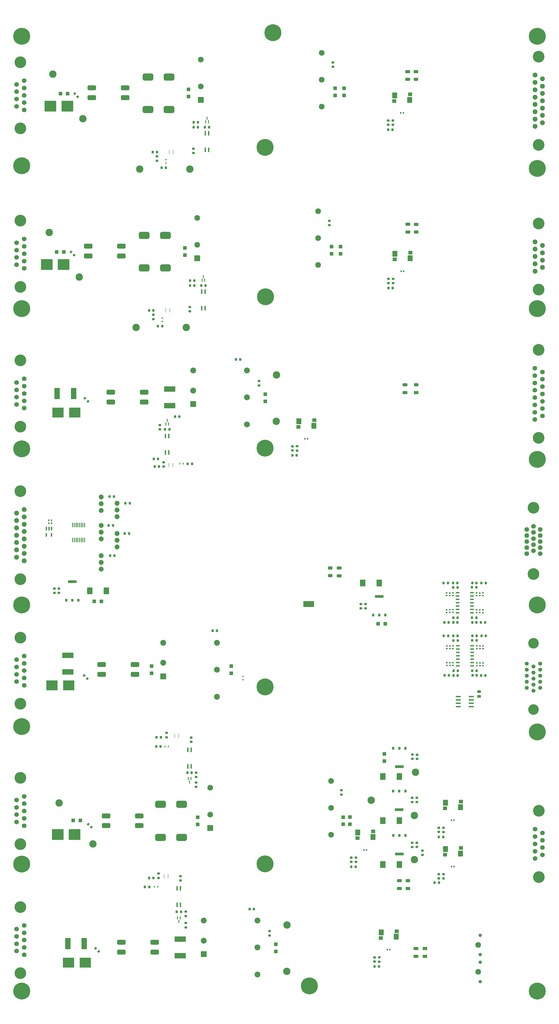
<source format=gbr>
%TF.GenerationSoftware,KiCad,Pcbnew,9.0.3*%
%TF.CreationDate,2025-09-16T14:08:45-04:00*%
%TF.ProjectId,11_CPU_PDU,31315f43-5055-45f5-9044-552e6b696361,rev?*%
%TF.SameCoordinates,Original*%
%TF.FileFunction,Soldermask,Top*%
%TF.FilePolarity,Negative*%
%FSLAX46Y46*%
G04 Gerber Fmt 4.6, Leading zero omitted, Abs format (unit mm)*
G04 Created by KiCad (PCBNEW 9.0.3) date 2025-09-16 14:08:45*
%MOMM*%
%LPD*%
G01*
G04 APERTURE LIST*
G04 Aperture macros list*
%AMRoundRect*
0 Rectangle with rounded corners*
0 $1 Rounding radius*
0 $2 $3 $4 $5 $6 $7 $8 $9 X,Y pos of 4 corners*
0 Add a 4 corners polygon primitive as box body*
4,1,4,$2,$3,$4,$5,$6,$7,$8,$9,$2,$3,0*
0 Add four circle primitives for the rounded corners*
1,1,$1+$1,$2,$3*
1,1,$1+$1,$4,$5*
1,1,$1+$1,$6,$7*
1,1,$1+$1,$8,$9*
0 Add four rect primitives between the rounded corners*
20,1,$1+$1,$2,$3,$4,$5,0*
20,1,$1+$1,$4,$5,$6,$7,0*
20,1,$1+$1,$6,$7,$8,$9,0*
20,1,$1+$1,$8,$9,$2,$3,0*%
G04 Aperture macros list end*
%ADD10RoundRect,0.200000X0.200000X0.275000X-0.200000X0.275000X-0.200000X-0.275000X0.200000X-0.275000X0*%
%ADD11RoundRect,0.200000X-0.200000X-0.275000X0.200000X-0.275000X0.200000X0.275000X-0.200000X0.275000X0*%
%ADD12RoundRect,0.675000X-1.325000X0.675000X-1.325000X-0.675000X1.325000X-0.675000X1.325000X0.675000X0*%
%ADD13R,4.241800X3.810000*%
%ADD14RoundRect,0.250000X0.445000X-0.457500X0.445000X0.457500X-0.445000X0.457500X-0.445000X-0.457500X0*%
%ADD15C,1.498600*%
%ADD16C,4.000000*%
%ADD17C,1.779000*%
%ADD18C,4.420000*%
%ADD19C,2.800000*%
%ADD20RoundRect,0.200000X0.275000X-0.200000X0.275000X0.200000X-0.275000X0.200000X-0.275000X-0.200000X0*%
%ADD21RoundRect,0.135000X0.185000X-0.135000X0.185000X0.135000X-0.185000X0.135000X-0.185000X-0.135000X0*%
%ADD22RoundRect,0.225000X-0.225000X-0.250000X0.225000X-0.250000X0.225000X0.250000X-0.225000X0.250000X0*%
%ADD23R,0.350800X1.161200*%
%ADD24C,1.764000*%
%ADD25RoundRect,0.225000X0.225000X0.250000X-0.225000X0.250000X-0.225000X-0.250000X0.225000X-0.250000X0*%
%ADD26C,6.400000*%
%ADD27R,0.444500X0.711200*%
%ADD28R,0.558800X1.651000*%
%ADD29C,1.854000*%
%ADD30RoundRect,0.200000X-0.275000X0.200000X-0.275000X-0.200000X0.275000X-0.200000X0.275000X0.200000X0*%
%ADD31RoundRect,0.225000X-0.250000X0.225000X-0.250000X-0.225000X0.250000X-0.225000X0.250000X0.225000X0*%
%ADD32RoundRect,0.102000X-0.975000X-0.975000X0.975000X-0.975000X0.975000X0.975000X-0.975000X0.975000X0*%
%ADD33C,2.154000*%
%ADD34R,0.533400X0.254000*%
%ADD35C,1.839000*%
%ADD36RoundRect,0.102000X-1.900000X-1.015000X1.900000X-1.015000X1.900000X1.015000X-1.900000X1.015000X0*%
%ADD37RoundRect,0.140000X-0.170000X0.140000X-0.170000X-0.140000X0.170000X-0.140000X0.170000X0.140000X0*%
%ADD38RoundRect,0.102000X-0.695000X-0.570000X0.695000X-0.570000X0.695000X0.570000X-0.695000X0.570000X0*%
%ADD39RoundRect,0.102000X-0.825000X-1.005000X0.825000X-1.005000X0.825000X1.005000X-0.825000X1.005000X0*%
%ADD40RoundRect,0.250000X0.785000X1.895000X-0.785000X1.895000X-0.785000X-1.895000X0.785000X-1.895000X0*%
%ADD41RoundRect,0.250000X-0.450000X0.262500X-0.450000X-0.262500X0.450000X-0.262500X0.450000X0.262500X0*%
%ADD42RoundRect,0.200000X0.335876X0.053033X0.053033X0.335876X-0.335876X-0.053033X-0.053033X-0.335876X0*%
%ADD43RoundRect,0.250000X1.895000X-0.785000X1.895000X0.785000X-1.895000X0.785000X-1.895000X-0.785000X0*%
%ADD44RoundRect,0.140000X-0.140000X-0.170000X0.140000X-0.170000X0.140000X0.170000X-0.140000X0.170000X0*%
%ADD45RoundRect,0.250000X0.650000X-0.325000X0.650000X0.325000X-0.650000X0.325000X-0.650000X-0.325000X0*%
%ADD46RoundRect,0.250000X0.457500X0.445000X-0.457500X0.445000X-0.457500X-0.445000X0.457500X-0.445000X0*%
%ADD47RoundRect,0.250000X-0.625000X0.312500X-0.625000X-0.312500X0.625000X-0.312500X0.625000X0.312500X0*%
%ADD48RoundRect,0.102000X1.000000X-1.000000X1.000000X1.000000X-1.000000X1.000000X-1.000000X-1.000000X0*%
%ADD49C,2.204000*%
%ADD50RoundRect,0.475000X1.125000X-0.475000X1.125000X0.475000X-1.125000X0.475000X-1.125000X-0.475000X0*%
%ADD51RoundRect,0.250000X-0.650000X0.325000X-0.650000X-0.325000X0.650000X-0.325000X0.650000X0.325000X0*%
%ADD52RoundRect,0.140000X0.140000X0.170000X-0.140000X0.170000X-0.140000X-0.170000X0.140000X-0.170000X0*%
%ADD53RoundRect,0.250000X0.785000X1.045000X-0.785000X1.045000X-0.785000X-1.045000X0.785000X-1.045000X0*%
%ADD54R,1.460500X0.533400*%
%ADD55RoundRect,0.135000X-0.185000X0.135000X-0.185000X-0.135000X0.185000X-0.135000X0.185000X0.135000X0*%
%ADD56RoundRect,0.225000X0.250000X-0.225000X0.250000X0.225000X-0.250000X0.225000X-0.250000X-0.225000X0*%
%ADD57R,0.889000X1.016000*%
%ADD58R,3.200000X1.000000*%
%ADD59R,0.711200X0.444500*%
%ADD60RoundRect,0.250000X0.625000X-0.312500X0.625000X0.312500X-0.625000X0.312500X-0.625000X-0.312500X0*%
%ADD61RoundRect,0.250000X-0.445000X0.457500X-0.445000X-0.457500X0.445000X-0.457500X0.445000X0.457500X0*%
%ADD62R,0.355600X1.676400*%
%ADD63RoundRect,0.102000X-2.120900X-1.905000X2.120900X-1.905000X2.120900X1.905000X-2.120900X1.905000X0*%
%ADD64RoundRect,0.250000X-0.785000X-1.045000X0.785000X-1.045000X0.785000X1.045000X-0.785000X1.045000X0*%
%ADD65RoundRect,0.250000X-0.457500X-0.445000X0.457500X-0.445000X0.457500X0.445000X-0.457500X0.445000X0*%
%ADD66RoundRect,0.140000X0.170000X-0.140000X0.170000X0.140000X-0.170000X0.140000X-0.170000X-0.140000X0*%
%ADD67R,0.558800X1.473200*%
%ADD68C,1.295400*%
%ADD69C,2.159000*%
%ADD70R,1.981200X0.558800*%
G04 APERTURE END LIST*
D10*
%TO.C,R96*%
X356245000Y-257719999D03*
X354595000Y-257719999D03*
%TD*%
D11*
%TO.C,R104*%
X368875000Y-257729999D03*
X370525000Y-257729999D03*
%TD*%
D12*
%TO.C,L3*%
X242695001Y-46445000D03*
X250695001Y-46445000D03*
%TD*%
D13*
%TO.C,F5*%
X212677301Y-381220000D03*
X219052701Y-381220000D03*
%TD*%
D14*
%TO.C,C112*%
X244095001Y-271829999D03*
X244095001Y-269124999D03*
%TD*%
%TO.C,C15*%
X256685001Y-113717500D03*
X256685001Y-111012500D03*
%TD*%
D15*
%TO.C,J15*%
X385970000Y-277329999D03*
X385970000Y-275039998D03*
X385970000Y-272749998D03*
X385970000Y-270460000D03*
X385970000Y-268169999D03*
X388510000Y-278469999D03*
X388510000Y-276179999D03*
X388510000Y-273889998D03*
X388510000Y-271600000D03*
X388510000Y-269310000D03*
X391050000Y-277329999D03*
X391050000Y-275039998D03*
X391050000Y-272749998D03*
X391050000Y-270460000D03*
X391050000Y-268169999D03*
D16*
X388510000Y-260509999D03*
X388510000Y-285510000D03*
%TD*%
D17*
%TO.C,J14*%
X385950000Y-217469000D03*
X385950000Y-219759000D03*
X385950000Y-222049000D03*
X385950000Y-224339000D03*
X385950000Y-226629000D03*
X388490000Y-216324000D03*
X388490000Y-218614000D03*
X388490000Y-220904000D03*
X388490000Y-223194000D03*
X388490000Y-225484000D03*
X391030000Y-217469000D03*
X391030000Y-219759000D03*
X391030000Y-222049000D03*
X391030000Y-224339000D03*
X391030000Y-226629000D03*
D18*
X388490000Y-234290000D03*
X388490000Y-209300000D03*
%TD*%
D19*
%TO.C,SEC_PWR3*%
X295245001Y-384520000D03*
%TD*%
D20*
%TO.C,R28*%
X346515001Y-340499999D03*
X346515001Y-338849999D03*
%TD*%
D21*
%TO.C,R84*%
X367035850Y-242489999D03*
X367035850Y-241469999D03*
%TD*%
D22*
%TO.C,C102*%
X365455000Y-272629999D03*
X367005000Y-272629999D03*
%TD*%
D23*
%TO.C,M10*%
X264555002Y-63350000D03*
X265555000Y-63350000D03*
X265055001Y-62000000D03*
%TD*%
D24*
%TO.C,J13*%
X195905001Y-367160000D03*
X195905001Y-369930000D03*
X195905001Y-372700000D03*
X195905001Y-375470000D03*
X195905001Y-378240000D03*
X193065001Y-368545000D03*
X193065001Y-371315000D03*
X193065001Y-374085000D03*
X193065001Y-376855000D03*
D18*
X194485001Y-360200000D03*
X194485001Y-385200000D03*
%TD*%
D21*
%TO.C,R89*%
X355760000Y-268899999D03*
X355760000Y-267879999D03*
%TD*%
D25*
%TO.C,C88*%
X359770850Y-252589999D03*
X358220850Y-252589999D03*
%TD*%
D10*
%TO.C,R47*%
X255240003Y-362029998D03*
X253590003Y-362029998D03*
%TD*%
D26*
%TO.C,H4*%
X195000000Y-392000000D03*
%TD*%
D27*
%TO.C,LED3*%
X250413651Y-299554999D03*
X249156351Y-299554999D03*
%TD*%
D28*
%TO.C,Q4*%
X249367501Y-188379200D03*
X250637501Y-188379200D03*
X250637501Y-182130800D03*
X249367501Y-182130800D03*
%TD*%
D29*
%TO.C,J10*%
X225063200Y-210275000D03*
X225063200Y-207735000D03*
X225063200Y-205195000D03*
%TD*%
D30*
%TO.C,R40*%
X248663001Y-192068000D03*
X248663001Y-193718000D03*
%TD*%
D23*
%TO.C,M9*%
X254915001Y-364259998D03*
X253915003Y-364259998D03*
X254415002Y-365609998D03*
%TD*%
D19*
%TO.C,8.2V1*%
X343902501Y-309244999D03*
%TD*%
%TO.C,5V2*%
X291235001Y-176584999D03*
%TD*%
D31*
%TO.C,C79*%
X352747501Y-347800000D03*
X352747501Y-349350000D03*
%TD*%
D32*
%TO.C,U3*%
X266297501Y-330324999D03*
D33*
X266297501Y-325244999D03*
X266297501Y-315084999D03*
X312017501Y-332864999D03*
X312017501Y-322704999D03*
X312017501Y-312544999D03*
%TD*%
D26*
%TO.C,H19*%
X290000000Y-29690000D03*
%TD*%
D21*
%TO.C,R81*%
X369415850Y-248929999D03*
X369415850Y-247909999D03*
%TD*%
D34*
%TO.C,M5*%
X248861001Y-348114000D03*
X248861001Y-348622000D03*
X248861001Y-349130000D03*
X250385001Y-349130000D03*
X250385001Y-348622000D03*
X250385001Y-348114000D03*
%TD*%
D35*
%TO.C,J7*%
X195905001Y-229340000D03*
X195905001Y-226570000D03*
X195905001Y-223800000D03*
X195905001Y-221030000D03*
X195905001Y-218260000D03*
X195905001Y-215490000D03*
X195905001Y-212720000D03*
X195905001Y-209950000D03*
X193065001Y-227955000D03*
X193065001Y-225185000D03*
X193065001Y-222415000D03*
X193065001Y-219645000D03*
X193065001Y-216875000D03*
X193065001Y-214105000D03*
X193065001Y-211335000D03*
D18*
X194485001Y-202995000D03*
X194485001Y-236295000D03*
%TD*%
D21*
%TO.C,R76*%
X358005850Y-242489999D03*
X358005850Y-241469999D03*
%TD*%
D30*
%TO.C,R68*%
X299080000Y-186005000D03*
X299080000Y-187655000D03*
%TD*%
D14*
%TO.C,C58*%
X291065001Y-376972500D03*
X291065001Y-374267500D03*
%TD*%
D11*
%TO.C,R110*%
X233958200Y-218975000D03*
X235608200Y-218975000D03*
%TD*%
D36*
%TO.C,CHASSIS1*%
X303530000Y-245680000D03*
%TD*%
D37*
%TO.C,C90*%
X368225850Y-247909999D03*
X368225850Y-248869999D03*
%TD*%
D11*
%TO.C,R60*%
X319610001Y-344965000D03*
X321260001Y-344965000D03*
%TD*%
D31*
%TO.C,C73*%
X333655001Y-122750000D03*
X333655001Y-124300000D03*
%TD*%
D38*
%TO.C,R64*%
X355102501Y-340435000D03*
X361072501Y-337895000D03*
D39*
X355232501Y-338330000D03*
X360942501Y-340000000D03*
%TD*%
D40*
%TO.C,C65*%
X218632501Y-374040000D03*
X212392501Y-374040000D03*
%TD*%
D19*
%TO.C,SEC_RTN1*%
X206725001Y-45335000D03*
%TD*%
D10*
%TO.C,R13*%
X260280001Y-123445000D03*
X258630001Y-123445000D03*
%TD*%
D11*
%TO.C,R85*%
X365280850Y-250859999D03*
X366930850Y-250859999D03*
%TD*%
D41*
%TO.C,R51*%
X367910000Y-278757499D03*
X367910000Y-280582499D03*
%TD*%
D42*
%TO.C,R10*%
X214808364Y-113758363D03*
X213641638Y-112591637D03*
%TD*%
D19*
%TO.C,SEC_RTN2*%
X216715001Y-122055000D03*
%TD*%
D11*
%TO.C,R45*%
X241546001Y-352570000D03*
X243196001Y-352570000D03*
%TD*%
D43*
%TO.C,C47*%
X250915001Y-170632501D03*
X250915001Y-164392501D03*
%TD*%
D20*
%TO.C,R44*%
X257005001Y-367905000D03*
X257005001Y-366255000D03*
%TD*%
D44*
%TO.C,C70*%
X338345001Y-59985000D03*
X339305001Y-59985000D03*
%TD*%
D11*
%TO.C,R103*%
X365355000Y-259399999D03*
X367005000Y-259399999D03*
%TD*%
D43*
%TO.C,C57*%
X254925001Y-378567500D03*
X254925001Y-372327500D03*
%TD*%
D45*
%TO.C,C135*%
X344060000Y-378835000D03*
X344060000Y-375885000D03*
%TD*%
D46*
%TO.C,C11*%
X212297501Y-52735000D03*
X209592501Y-52735000D03*
%TD*%
D12*
%TO.C,L6*%
X241325001Y-106315000D03*
X249325001Y-106315000D03*
%TD*%
D46*
%TO.C,C67*%
X332512500Y-253153750D03*
X329807500Y-253153750D03*
%TD*%
D45*
%TO.C,C131*%
X340920000Y-47335000D03*
X340920000Y-44385000D03*
%TD*%
D22*
%TO.C,C103*%
X365445000Y-257719999D03*
X366995000Y-257719999D03*
%TD*%
D34*
%TO.C,M3*%
X252773001Y-294946999D03*
X252773001Y-295454999D03*
X252773001Y-295962999D03*
X254297001Y-295962999D03*
X254297001Y-295454999D03*
X254297001Y-294946999D03*
%TD*%
D26*
%TO.C,H11*%
X390000000Y-294000000D03*
%TD*%
%TO.C,H10*%
X390000000Y-392000000D03*
%TD*%
D47*
%TO.C,R113*%
X311680000Y-232017500D03*
X311680000Y-234942500D03*
%TD*%
D10*
%TO.C,R25*%
X259270001Y-309394999D03*
X257620001Y-309394999D03*
%TD*%
D44*
%TO.C,C78*%
X357547501Y-344895000D03*
X358507501Y-344895000D03*
%TD*%
D14*
%TO.C,C17*%
X315565001Y-113287500D03*
X315565001Y-110582500D03*
%TD*%
D11*
%TO.C,R107*%
X234208200Y-207555000D03*
X235858200Y-207555000D03*
%TD*%
D20*
%TO.C,R20*%
X315885001Y-317689999D03*
X315885001Y-316039999D03*
%TD*%
D30*
%TO.C,R31*%
X342702501Y-302539999D03*
X342702501Y-304189999D03*
%TD*%
D29*
%TO.C,J12*%
X231063200Y-224065000D03*
X231063200Y-221525000D03*
X231063200Y-218985000D03*
%TD*%
D20*
%TO.C,R50*%
X324990000Y-247298750D03*
X324990000Y-245648750D03*
%TD*%
D48*
%TO.C,U23*%
X248505001Y-272989999D03*
D49*
X248505001Y-267889999D03*
X268805001Y-280689999D03*
X268805001Y-270489999D03*
X268805001Y-260289999D03*
X248505001Y-260289999D03*
%TD*%
D20*
%TO.C,R22*%
X260925001Y-314789999D03*
X260925001Y-313139999D03*
%TD*%
D32*
%TO.C,U2*%
X261325001Y-114915000D03*
D33*
X261325001Y-109835000D03*
X261325001Y-99675000D03*
X307045001Y-117455000D03*
X307045001Y-107295000D03*
X307045001Y-97135000D03*
%TD*%
D26*
%TO.C,H20*%
X303760000Y-390000000D03*
%TD*%
D45*
%TO.C,C133*%
X337810000Y-353205000D03*
X337810000Y-350255000D03*
%TD*%
D30*
%TO.C,R29*%
X342634001Y-335899999D03*
X342634001Y-337549999D03*
%TD*%
D50*
%TO.C,L8*%
X239465001Y-325734999D03*
X239465001Y-329434999D03*
X226865001Y-329434999D03*
X226865001Y-325734999D03*
%TD*%
D11*
%TO.C,R101*%
X365355000Y-270909999D03*
X367005000Y-270909999D03*
%TD*%
D51*
%TO.C,C130*%
X315000000Y-232025000D03*
X315000000Y-234975000D03*
%TD*%
D31*
%TO.C,C81*%
X297310000Y-186055000D03*
X297310000Y-187605000D03*
%TD*%
D26*
%TO.C,H1*%
X195000000Y-31000000D03*
%TD*%
D40*
%TO.C,C55*%
X214622501Y-166105001D03*
X208382501Y-166105001D03*
%TD*%
D52*
%TO.C,C107*%
X206223200Y-215105000D03*
X205263200Y-215105000D03*
%TD*%
D11*
%TO.C,R16*%
X262850001Y-125305000D03*
X264500001Y-125305000D03*
%TD*%
D42*
%TO.C,R111*%
X219798364Y-273853362D03*
X218631638Y-272686636D03*
%TD*%
D53*
%TO.C,C68*%
X330187500Y-237683750D03*
X323947500Y-237683750D03*
%TD*%
D44*
%TO.C,C72*%
X338455001Y-119845000D03*
X339415001Y-119845000D03*
%TD*%
D29*
%TO.C,J11*%
X225063200Y-221035000D03*
X225063200Y-218495000D03*
X225063200Y-215955000D03*
%TD*%
D50*
%TO.C,L11*%
X245275001Y-373500000D03*
X245275001Y-377200000D03*
X232675001Y-377200000D03*
X232675001Y-373500000D03*
%TD*%
D30*
%TO.C,R30*%
X342672501Y-318889999D03*
X342672501Y-320539999D03*
%TD*%
D11*
%TO.C,R5*%
X247860001Y-80715000D03*
X249510001Y-80715000D03*
%TD*%
%TO.C,R17*%
X243120001Y-134705000D03*
X244770001Y-134705000D03*
%TD*%
D30*
%TO.C,R3*%
X259957001Y-73518000D03*
X259957001Y-75168000D03*
%TD*%
D53*
%TO.C,C41*%
X337772501Y-310824999D03*
X331532501Y-310824999D03*
%TD*%
D19*
%TO.C,5V1*%
X343522501Y-325554999D03*
%TD*%
D11*
%TO.C,R14*%
X246490001Y-140585000D03*
X248140001Y-140585000D03*
%TD*%
%TO.C,R57*%
X333660001Y-126185000D03*
X335310001Y-126185000D03*
%TD*%
D54*
%TO.C,U18*%
X359831700Y-241389999D03*
X359831700Y-242659999D03*
X359831700Y-243929999D03*
X359831700Y-245199999D03*
X359831700Y-246469999D03*
X359831700Y-247739999D03*
X359831700Y-249009999D03*
X365280000Y-249009999D03*
X365280000Y-247739999D03*
X365280000Y-246469999D03*
X365280000Y-245199999D03*
X365280000Y-243929999D03*
X365280000Y-242659999D03*
X365280000Y-241389999D03*
%TD*%
D55*
%TO.C,R74*%
X358005850Y-247799999D03*
X358005850Y-248819999D03*
%TD*%
D22*
%TO.C,C66*%
X281190001Y-361010000D03*
X282740001Y-361010000D03*
%TD*%
D26*
%TO.C,H21*%
X287000000Y-186770000D03*
%TD*%
D27*
%TO.C,LED4*%
X254734351Y-192623000D03*
X255991651Y-192623000D03*
%TD*%
D35*
%TO.C,J18*%
X389080000Y-45725000D03*
X389080000Y-48495000D03*
X389080000Y-51265000D03*
X389080000Y-54035000D03*
X389080000Y-56805000D03*
X389080000Y-59575000D03*
X389080000Y-62345000D03*
X389080000Y-65115000D03*
X391920000Y-47110000D03*
X391920000Y-49880000D03*
X391920000Y-52650000D03*
X391920000Y-55420000D03*
X391920000Y-58190000D03*
X391920000Y-60960000D03*
X391920000Y-63730000D03*
D18*
X390500000Y-72070000D03*
X390500000Y-38770000D03*
%TD*%
D30*
%TO.C,R53*%
X335315001Y-62840000D03*
X335315001Y-64490000D03*
%TD*%
D12*
%TO.C,L4*%
X241325001Y-118605000D03*
X249325001Y-118605000D03*
%TD*%
D56*
%TO.C,C46*%
X344462501Y-304159999D03*
X344462501Y-302609999D03*
%TD*%
D57*
%TO.C,U20*%
X211793300Y-244197500D03*
X214104700Y-244197500D03*
X216416100Y-244197500D03*
D58*
X214104700Y-237205000D03*
%TD*%
D34*
%TO.C,M1*%
X250773001Y-74327000D03*
X250773001Y-74835000D03*
X250773001Y-75343000D03*
X252297001Y-75343000D03*
X252297001Y-74835000D03*
X252297001Y-74327000D03*
%TD*%
D26*
%TO.C,H22*%
X287000000Y-343890000D03*
%TD*%
D10*
%TO.C,R4*%
X261650001Y-63575000D03*
X260000001Y-63575000D03*
%TD*%
D20*
%TO.C,R2*%
X312665001Y-42580000D03*
X312665001Y-40930000D03*
%TD*%
D57*
%TO.C,U6*%
X340092401Y-300172499D03*
X337781001Y-300172499D03*
X335469601Y-300172499D03*
D58*
X337781001Y-307164999D03*
%TD*%
D31*
%TO.C,C69*%
X323220000Y-245698750D03*
X323220000Y-247248750D03*
%TD*%
%TO.C,C75*%
X319605001Y-341530000D03*
X319605001Y-343080000D03*
%TD*%
D59*
%TO.C,LED1*%
X249515001Y-77686350D03*
X249515001Y-78943650D03*
%TD*%
D10*
%TO.C,R93*%
X359935000Y-270909999D03*
X358285000Y-270909999D03*
%TD*%
D55*
%TO.C,R90*%
X358080000Y-267849999D03*
X358080000Y-268869999D03*
%TD*%
D20*
%TO.C,R11*%
X311295001Y-102450000D03*
X311295001Y-100800000D03*
%TD*%
D29*
%TO.C,J9*%
X231063200Y-212645000D03*
X231063200Y-210105000D03*
X231063200Y-207565000D03*
%TD*%
D60*
%TO.C,R118*%
X347470000Y-378852500D03*
X347470000Y-375927500D03*
%TD*%
D11*
%TO.C,R15*%
X258625001Y-125305000D03*
X260275001Y-125305000D03*
%TD*%
%TO.C,R87*%
X365280850Y-239349999D03*
X366930850Y-239349999D03*
%TD*%
D22*
%TO.C,C120*%
X267240001Y-255769999D03*
X268790001Y-255769999D03*
%TD*%
D38*
%TO.C,R67*%
X299665000Y-178690000D03*
X305635000Y-176150000D03*
D39*
X299795000Y-176585000D03*
X305505000Y-178255000D03*
%TD*%
D56*
%TO.C,C44*%
X344434001Y-337469999D03*
X344434001Y-335919999D03*
%TD*%
D60*
%TO.C,R116*%
X341040000Y-353172500D03*
X341040000Y-350247500D03*
%TD*%
D37*
%TO.C,C96*%
X356950000Y-267869999D03*
X356950000Y-268829999D03*
%TD*%
D19*
%TO.C,8.2\u002C5\u002C3.3_RTN1*%
X327155001Y-319864999D03*
%TD*%
D28*
%TO.C,Q3*%
X259100001Y-300770799D03*
X257830001Y-300770799D03*
X257830001Y-307019199D03*
X259100001Y-307019199D03*
%TD*%
D14*
%TO.C,C29*%
X316535001Y-328937499D03*
X316535001Y-326232499D03*
%TD*%
D26*
%TO.C,H15*%
X195000000Y-187000000D03*
%TD*%
D45*
%TO.C,C132*%
X340995000Y-105055000D03*
X340995000Y-102105000D03*
%TD*%
D29*
%TO.C,J8*%
X225063200Y-232455000D03*
X225063200Y-229915000D03*
X225063200Y-227375000D03*
%TD*%
D24*
%TO.C,J3*%
X195905001Y-318370000D03*
X195905001Y-321140000D03*
X195905001Y-323910000D03*
X195905001Y-326680000D03*
X195905001Y-329450000D03*
X193065001Y-319755000D03*
X193065001Y-322525000D03*
X193065001Y-325295000D03*
X193065001Y-328065000D03*
D18*
X194485001Y-311410000D03*
X194485001Y-336410000D03*
%TD*%
D30*
%TO.C,R21*%
X259095001Y-296099999D03*
X259095001Y-297749999D03*
%TD*%
D59*
%TO.C,LED2*%
X248145001Y-137556350D03*
X248145001Y-138813650D03*
%TD*%
D30*
%TO.C,R37*%
X247225001Y-178020000D03*
X247225001Y-179670000D03*
%TD*%
D22*
%TO.C,C92*%
X365380850Y-252579999D03*
X366930850Y-252579999D03*
%TD*%
D26*
%TO.C,H5*%
X195000000Y-344000000D03*
%TD*%
D61*
%TO.C,C40*%
X332102501Y-302342499D03*
X332102501Y-305047499D03*
%TD*%
D14*
%TO.C,C48*%
X287055001Y-169037499D03*
X287055001Y-166332499D03*
%TD*%
D11*
%TO.C,R88*%
X368800850Y-237679999D03*
X370450850Y-237679999D03*
%TD*%
D26*
%TO.C,H18*%
X287190000Y-129530000D03*
%TD*%
D24*
%TO.C,J6*%
X389035000Y-175930000D03*
X389035000Y-173160000D03*
X389035000Y-170390000D03*
X389035000Y-167620000D03*
X389035000Y-164850000D03*
X389035000Y-162080000D03*
X389035000Y-159310000D03*
X389035000Y-156540000D03*
X391875000Y-174545000D03*
X391875000Y-171775000D03*
X391875000Y-169005000D03*
X391875000Y-166235000D03*
X391875000Y-163465000D03*
X391875000Y-160695000D03*
X391875000Y-157925000D03*
D18*
X390455000Y-182885000D03*
X390455000Y-149585000D03*
%TD*%
D62*
%TO.C,U22*%
X218778199Y-215805600D03*
X218128201Y-215805600D03*
X217478199Y-215805600D03*
X216828201Y-215805600D03*
X216178202Y-215805600D03*
X215528201Y-215805600D03*
X214878202Y-215805600D03*
X214228201Y-215805600D03*
X214228201Y-221444400D03*
X214878199Y-221444400D03*
X215528201Y-221444400D03*
X216178199Y-221444400D03*
X216828198Y-221444400D03*
X217478199Y-221444400D03*
X218128198Y-221444400D03*
X218778199Y-221444400D03*
%TD*%
D31*
%TO.C,C77*%
X352745001Y-330260000D03*
X352745001Y-331810000D03*
%TD*%
D20*
%TO.C,R24*%
X260925001Y-311049999D03*
X260925001Y-309399999D03*
%TD*%
D34*
%TO.C,M2*%
X249403001Y-134197000D03*
X249403001Y-134705000D03*
X249403001Y-135213000D03*
X250927001Y-135213000D03*
X250927001Y-134705000D03*
X250927001Y-134197000D03*
%TD*%
D60*
%TO.C,R115*%
X344130000Y-105072500D03*
X344130000Y-102147500D03*
%TD*%
D26*
%TO.C,H8*%
X195000000Y-134000000D03*
%TD*%
D63*
%TO.C,F1*%
X205837301Y-57445000D03*
X212212701Y-57445000D03*
%TD*%
D12*
%TO.C,L1*%
X242695001Y-58735000D03*
X250695001Y-58735000D03*
%TD*%
D64*
%TO.C,C106*%
X220703200Y-240665000D03*
X226943200Y-240665000D03*
%TD*%
D65*
%TO.C,C105*%
X222400700Y-244625000D03*
X225105700Y-244625000D03*
%TD*%
D26*
%TO.C,H12*%
X390000000Y-246000000D03*
%TD*%
D11*
%TO.C,R26*%
X245980001Y-296024999D03*
X247630001Y-296024999D03*
%TD*%
D26*
%TO.C,H3*%
X287000000Y-73000000D03*
%TD*%
D11*
%TO.C,R38*%
X249187502Y-179670000D03*
X250837502Y-179670000D03*
%TD*%
D50*
%TO.C,L2*%
X234065001Y-50515000D03*
X234065001Y-54215000D03*
X221465001Y-54215000D03*
X221465001Y-50515000D03*
%TD*%
D28*
%TO.C,Q5*%
X255030001Y-353145800D03*
X253760001Y-353145800D03*
X253760001Y-359394200D03*
X255030001Y-359394200D03*
%TD*%
D11*
%TO.C,R102*%
X368695000Y-272639999D03*
X370345000Y-272639999D03*
%TD*%
%TO.C,R6*%
X259995001Y-65435000D03*
X261645001Y-65435000D03*
%TD*%
D14*
%TO.C,C28*%
X261555001Y-329014999D03*
X261555001Y-326309999D03*
%TD*%
D26*
%TO.C,H17*%
X195000000Y-246000000D03*
%TD*%
D43*
%TO.C,C113*%
X212445001Y-271327499D03*
X212445001Y-265087499D03*
%TD*%
D38*
%TO.C,R70*%
X330782501Y-371875000D03*
X336752501Y-369335000D03*
D39*
X330912501Y-369770000D03*
X336622501Y-371440000D03*
%TD*%
D14*
%TO.C,C4*%
X316935001Y-53417500D03*
X316935001Y-50712500D03*
%TD*%
D11*
%TO.C,R54*%
X333550001Y-66325000D03*
X335200001Y-66325000D03*
%TD*%
D24*
%TO.C,J2*%
X195905001Y-107700000D03*
X195905001Y-110470000D03*
X195905001Y-113240000D03*
X195905001Y-116010000D03*
X195905001Y-118780000D03*
X193065001Y-109085000D03*
X193065001Y-111855000D03*
X193065001Y-114625000D03*
X193065001Y-117395000D03*
D18*
X194485001Y-100740000D03*
X194485001Y-125740000D03*
%TD*%
D60*
%TO.C,R114*%
X344100000Y-47332500D03*
X344100000Y-44407500D03*
%TD*%
D30*
%TO.C,R42*%
X288715001Y-369285000D03*
X288715001Y-370935000D03*
%TD*%
D19*
%TO.C,SEC_PWR1*%
X218085001Y-62185000D03*
%TD*%
D66*
%TO.C,C97*%
X356970000Y-262499999D03*
X356970000Y-261539999D03*
%TD*%
D11*
%TO.C,R8*%
X244490001Y-74835000D03*
X246140001Y-74835000D03*
%TD*%
D24*
%TO.C,J16*%
X389110000Y-341880000D03*
X389110000Y-339110000D03*
X389110000Y-336340000D03*
X389110000Y-333570000D03*
X389110000Y-330800000D03*
X391950000Y-340495000D03*
X391950000Y-337725000D03*
X391950000Y-334955000D03*
X391950000Y-332185000D03*
D18*
X390530000Y-348840000D03*
X390530000Y-323840000D03*
%TD*%
D28*
%TO.C,Q1*%
X264382001Y-73967200D03*
X265652001Y-73967200D03*
X265652001Y-67718800D03*
X264382001Y-67718800D03*
%TD*%
D14*
%TO.C,C16*%
X312135001Y-113287500D03*
X312135001Y-110582500D03*
%TD*%
D35*
%TO.C,J17*%
X389090000Y-108740000D03*
X389090000Y-111510000D03*
X389090000Y-114280000D03*
X389090000Y-117050000D03*
X389090000Y-119820000D03*
X391930000Y-110125000D03*
X391930000Y-112895000D03*
X391930000Y-115665000D03*
X391930000Y-118435000D03*
D18*
X390510000Y-126780000D03*
X390510000Y-101780000D03*
%TD*%
D55*
%TO.C,R98*%
X367090000Y-267929999D03*
X367090000Y-268949999D03*
%TD*%
D37*
%TO.C,C86*%
X356875850Y-247819999D03*
X356875850Y-248779999D03*
%TD*%
D30*
%TO.C,R43*%
X255015001Y-348505000D03*
X255015001Y-350155000D03*
%TD*%
%TO.C,R62*%
X354515001Y-330210000D03*
X354515001Y-331860000D03*
%TD*%
D22*
%TO.C,C56*%
X276035000Y-153240000D03*
X277585000Y-153240000D03*
%TD*%
D55*
%TO.C,R99*%
X369490000Y-261509999D03*
X369490000Y-262529999D03*
%TD*%
D59*
%TO.C,LED6*%
X278645001Y-273021349D03*
X278645001Y-274278649D03*
%TD*%
D21*
%TO.C,R100*%
X367110000Y-262539999D03*
X367110000Y-261519999D03*
%TD*%
D11*
%TO.C,R48*%
X243130001Y-349190000D03*
X244780001Y-349190000D03*
%TD*%
D10*
%TO.C,R77*%
X359860850Y-250859999D03*
X358210850Y-250859999D03*
%TD*%
D50*
%TO.C,L5*%
X232695001Y-110385000D03*
X232695001Y-114085000D03*
X220095001Y-114085000D03*
X220095001Y-110385000D03*
%TD*%
D55*
%TO.C,R82*%
X367015850Y-247879999D03*
X367015850Y-248899999D03*
%TD*%
D67*
%TO.C,U21*%
X206223201Y-217101200D03*
X205273200Y-217101200D03*
X204323199Y-217101200D03*
X204323199Y-219488800D03*
X206223201Y-219488800D03*
%TD*%
D45*
%TO.C,C134*%
X339910000Y-165745000D03*
X339910000Y-162795000D03*
%TD*%
D23*
%TO.C,M8*%
X249512503Y-177555000D03*
X250512501Y-177555000D03*
X250012502Y-176205000D03*
%TD*%
D31*
%TO.C,C71*%
X333545001Y-62890000D03*
X333545001Y-64440000D03*
%TD*%
D38*
%TO.C,R52*%
X335900001Y-55525000D03*
X341870001Y-52985000D03*
D39*
X336030001Y-53420000D03*
X341740001Y-55090000D03*
%TD*%
D30*
%TO.C,R27*%
X249735001Y-294379999D03*
X249735001Y-296029999D03*
%TD*%
D50*
%TO.C,L12*%
X237825001Y-268549999D03*
X237825001Y-272249999D03*
X225225001Y-272249999D03*
X225225001Y-268549999D03*
%TD*%
D44*
%TO.C,C82*%
X333227501Y-376335000D03*
X334187501Y-376335000D03*
%TD*%
D37*
%TO.C,C100*%
X368300000Y-267959999D03*
X368300000Y-268919999D03*
%TD*%
D11*
%TO.C,R109*%
X227848200Y-215955000D03*
X229498200Y-215955000D03*
%TD*%
D25*
%TO.C,C98*%
X359845000Y-272639999D03*
X358295000Y-272639999D03*
%TD*%
D10*
%TO.C,R94*%
X356525000Y-272629999D03*
X354875000Y-272629999D03*
%TD*%
D23*
%TO.C,M7*%
X258945001Y-311664999D03*
X257945003Y-311664999D03*
X258445002Y-313014999D03*
%TD*%
D42*
%TO.C,R1*%
X216178364Y-53888363D03*
X215011638Y-52721637D03*
%TD*%
D68*
%TO.C,P2*%
X368340000Y-388400000D03*
X368340000Y-381080000D03*
D69*
X367580000Y-384730000D03*
%TD*%
D48*
%TO.C,U8*%
X263842501Y-377990000D03*
D49*
X263842501Y-372890000D03*
X284142501Y-385690000D03*
X284142501Y-375490000D03*
X284142501Y-365290000D03*
X263842501Y-365290000D03*
%TD*%
D10*
%TO.C,R78*%
X356450850Y-252579999D03*
X354800850Y-252579999D03*
%TD*%
D22*
%TO.C,C93*%
X365370850Y-237669999D03*
X366920850Y-237669999D03*
%TD*%
D66*
%TO.C,C91*%
X368225850Y-242449999D03*
X368225850Y-241489999D03*
%TD*%
D54*
%TO.C,U19*%
X359905850Y-261439999D03*
X359905850Y-262709999D03*
X359905850Y-263979999D03*
X359905850Y-265249999D03*
X359905850Y-266519999D03*
X359905850Y-267789999D03*
X359905850Y-269059999D03*
X365354150Y-269059999D03*
X365354150Y-267789999D03*
X365354150Y-266519999D03*
X365354150Y-265249999D03*
X365354150Y-263979999D03*
X365354150Y-262709999D03*
X365354150Y-261439999D03*
%TD*%
D11*
%TO.C,R108*%
X228175000Y-205000000D03*
X229825000Y-205000000D03*
%TD*%
D63*
%TO.C,F3*%
X208607301Y-332764999D03*
X214982701Y-332764999D03*
%TD*%
D13*
%TO.C,F6*%
X206417301Y-276399999D03*
X212792701Y-276399999D03*
%TD*%
D10*
%TO.C,R36*%
X259388001Y-192633000D03*
X257738001Y-192633000D03*
%TD*%
D19*
%TO.C,TP1*%
X205355001Y-105205000D03*
%TD*%
%TO.C,V_SEC_IN1*%
X221885001Y-336364999D03*
%TD*%
D25*
%TO.C,C89*%
X359720850Y-237669999D03*
X358170850Y-237669999D03*
%TD*%
D12*
%TO.C,L9*%
X247470001Y-321324999D03*
X255470001Y-321324999D03*
%TD*%
D10*
%TO.C,R79*%
X359820850Y-239429999D03*
X358170850Y-239429999D03*
%TD*%
D11*
%TO.C,R69*%
X297315000Y-189490000D03*
X298965000Y-189490000D03*
%TD*%
D57*
%TO.C,U5*%
X340073901Y-316402499D03*
X337762501Y-316402499D03*
X335451101Y-316402499D03*
D58*
X337762501Y-323394999D03*
%TD*%
D56*
%TO.C,C45*%
X344452501Y-320489999D03*
X344452501Y-318939999D03*
%TD*%
D14*
%TO.C,C111*%
X274205001Y-271832499D03*
X274205001Y-269127499D03*
%TD*%
D55*
%TO.C,R75*%
X355715850Y-241449999D03*
X355715850Y-242469999D03*
%TD*%
D44*
%TO.C,C76*%
X357545001Y-327355000D03*
X358505001Y-327355000D03*
%TD*%
D63*
%TO.C,F2*%
X204467301Y-117315000D03*
X210842701Y-117315000D03*
%TD*%
D11*
%TO.C,R86*%
X368620850Y-252589999D03*
X370270850Y-252589999D03*
%TD*%
D38*
%TO.C,R55*%
X336010001Y-115385000D03*
X341980001Y-112845000D03*
D39*
X336140001Y-113280000D03*
X341850001Y-114950000D03*
%TD*%
D11*
%TO.C,R72*%
X328432501Y-382675000D03*
X330082501Y-382675000D03*
%TD*%
D30*
%TO.C,R65*%
X354517501Y-347750000D03*
X354517501Y-349400000D03*
%TD*%
D57*
%TO.C,U4*%
X340113901Y-333122499D03*
X337802501Y-333122499D03*
X335491101Y-333122499D03*
D58*
X337802501Y-340114999D03*
%TD*%
D26*
%TO.C,H6*%
X195000000Y-292000000D03*
%TD*%
D21*
%TO.C,R97*%
X369490000Y-268979999D03*
X369490000Y-267959999D03*
%TD*%
%TO.C,R73*%
X355685850Y-248849999D03*
X355685850Y-247829999D03*
%TD*%
D42*
%TO.C,R41*%
X224065001Y-377000000D03*
X222898275Y-375833274D03*
%TD*%
D14*
%TO.C,C2*%
X258055001Y-53847500D03*
X258055001Y-51142500D03*
%TD*%
D53*
%TO.C,C42*%
X337792501Y-327514999D03*
X331552501Y-327514999D03*
%TD*%
D42*
%TO.C,R32*%
X220055001Y-169065000D03*
X218888275Y-167898274D03*
%TD*%
D57*
%TO.C,U9*%
X327878600Y-249806250D03*
X330190000Y-249806250D03*
X332501400Y-249806250D03*
D58*
X330190000Y-242813750D03*
%TD*%
D26*
%TO.C,H7*%
X390000000Y-31000000D03*
%TD*%
D25*
%TO.C,C99*%
X359795000Y-257719999D03*
X358245000Y-257719999D03*
%TD*%
D26*
%TO.C,H16*%
X390000000Y-191000000D03*
%TD*%
D44*
%TO.C,C80*%
X302110000Y-183150000D03*
X303070000Y-183150000D03*
%TD*%
D11*
%TO.C,R105*%
X228418200Y-227365000D03*
X230068200Y-227365000D03*
%TD*%
D20*
%TO.C,R46*%
X257005003Y-363604998D03*
X257005003Y-361954998D03*
%TD*%
D46*
%TO.C,C37*%
X217185001Y-327414999D03*
X214480001Y-327414999D03*
%TD*%
D11*
%TO.C,R23*%
X245820001Y-299554999D03*
X247470001Y-299554999D03*
%TD*%
D12*
%TO.C,L7*%
X247470001Y-333864999D03*
X255470001Y-333864999D03*
%TD*%
D11*
%TO.C,R34*%
X244930001Y-190785000D03*
X246580001Y-190785000D03*
%TD*%
D10*
%TO.C,R66*%
X352755000Y-351020000D03*
X351105000Y-351020000D03*
%TD*%
D28*
%TO.C,Q2*%
X263012001Y-133837200D03*
X264282001Y-133837200D03*
X264282001Y-127588800D03*
X263012001Y-127588800D03*
%TD*%
D11*
%TO.C,R35*%
X252960001Y-174805000D03*
X254610001Y-174805000D03*
%TD*%
D30*
%TO.C,R56*%
X335425001Y-122700000D03*
X335425001Y-124350000D03*
%TD*%
D26*
%TO.C,H14*%
X390000000Y-81000000D03*
%TD*%
D66*
%TO.C,C101*%
X368300000Y-262499999D03*
X368300000Y-261539999D03*
%TD*%
D10*
%TO.C,R80*%
X356170850Y-237669999D03*
X354520850Y-237669999D03*
%TD*%
D24*
%TO.C,J1*%
X195905001Y-47830000D03*
X195905001Y-50600000D03*
X195905001Y-53370000D03*
X195905001Y-56140000D03*
X195905001Y-58910000D03*
X193065001Y-49215000D03*
X193065001Y-51985000D03*
X193065001Y-54755000D03*
X193065001Y-57525000D03*
D18*
X194485001Y-40870000D03*
X194485001Y-65870000D03*
%TD*%
D19*
%TO.C,TELEM_PWR1*%
X258595001Y-81255000D03*
%TD*%
D50*
%TO.C,L10*%
X241265001Y-165565000D03*
X241265001Y-169265000D03*
X228665001Y-169265000D03*
X228665001Y-165565000D03*
%TD*%
D19*
%TO.C,SEC_PWR2*%
X257225001Y-141125000D03*
%TD*%
D30*
%TO.C,R33*%
X284705001Y-161350000D03*
X284705001Y-163000000D03*
%TD*%
D24*
%TO.C,J5*%
X195905001Y-265294999D03*
X195905001Y-268064999D03*
X195905001Y-270834999D03*
X195905001Y-273604999D03*
X195905001Y-276374999D03*
X193065001Y-266679999D03*
X193065001Y-269449999D03*
X193065001Y-272219999D03*
X193065001Y-274989999D03*
D18*
X194485001Y-258334999D03*
X194485001Y-283334999D03*
%TD*%
D20*
%TO.C,R106*%
X209053200Y-241460000D03*
X209053200Y-239810000D03*
%TD*%
D68*
%TO.C,P1*%
X368340000Y-378189600D03*
X368340000Y-370869600D03*
D69*
X367580000Y-374519600D03*
%TD*%
D70*
%TO.C,U10*%
X364983796Y-284484999D03*
X364983796Y-283214999D03*
X364983796Y-281944999D03*
X364983796Y-280674999D03*
X360056196Y-280674999D03*
X360056196Y-281944999D03*
X360056196Y-283214999D03*
X360056196Y-284484999D03*
%TD*%
D60*
%TO.C,R117*%
X344170000Y-165712500D03*
X344170000Y-162787500D03*
%TD*%
D26*
%TO.C,H2*%
X390000000Y-134000000D03*
%TD*%
D19*
%TO.C,TELEM_RTN1*%
X239625001Y-81245000D03*
%TD*%
D55*
%TO.C,R91*%
X355790000Y-261499999D03*
X355790000Y-262519999D03*
%TD*%
D19*
%TO.C,5V_RTN1*%
X291315001Y-159085000D03*
%TD*%
D11*
%TO.C,R7*%
X264220001Y-65435000D03*
X265870001Y-65435000D03*
%TD*%
D20*
%TO.C,R9*%
X246135001Y-78100000D03*
X246135001Y-76450000D03*
%TD*%
D24*
%TO.C,J4*%
X195905001Y-160535000D03*
X195905001Y-163305000D03*
X195905001Y-166075000D03*
X195905001Y-168845000D03*
X195905001Y-171615000D03*
X193065001Y-161920000D03*
X193065001Y-164690000D03*
X193065001Y-167460000D03*
X193065001Y-170230000D03*
D18*
X194485001Y-153575000D03*
X194485001Y-178575000D03*
%TD*%
D19*
%TO.C,3.3V1*%
X343474001Y-342274999D03*
%TD*%
D11*
%TO.C,R39*%
X245238001Y-193713000D03*
X246888001Y-193713000D03*
%TD*%
D31*
%TO.C,C108*%
X207313200Y-239860000D03*
X207313200Y-241410000D03*
%TD*%
D23*
%TO.C,M6*%
X263185002Y-123220000D03*
X264185000Y-123220000D03*
X263685001Y-121870000D03*
%TD*%
D11*
%TO.C,R63*%
X352750001Y-333695000D03*
X354400001Y-333695000D03*
%TD*%
D32*
%TO.C,U1*%
X262695001Y-55045000D03*
D33*
X262695001Y-49965000D03*
X262695001Y-39805000D03*
X308415001Y-57585000D03*
X308415001Y-47425000D03*
X308415001Y-37265000D03*
%TD*%
D44*
%TO.C,C74*%
X324405001Y-338625000D03*
X325365001Y-338625000D03*
%TD*%
D14*
%TO.C,C3*%
X313505001Y-53417500D03*
X313505001Y-50712500D03*
%TD*%
D52*
%TO.C,C104*%
X206223200Y-213965000D03*
X205263200Y-213965000D03*
%TD*%
D46*
%TO.C,C24*%
X210927501Y-112605000D03*
X208222501Y-112605000D03*
%TD*%
D34*
%TO.C,M4*%
X252145001Y-193641000D03*
X252145001Y-193133000D03*
X252145001Y-192625000D03*
X250621001Y-192625000D03*
X250621001Y-193133000D03*
X250621001Y-193641000D03*
%TD*%
D30*
%TO.C,R71*%
X330197501Y-379190000D03*
X330197501Y-380840000D03*
%TD*%
D42*
%TO.C,R19*%
X221318364Y-330028362D03*
X220151638Y-328861636D03*
%TD*%
D26*
%TO.C,H13*%
X195000000Y-80000000D03*
%TD*%
D10*
%TO.C,R95*%
X359895000Y-259479999D03*
X358245000Y-259479999D03*
%TD*%
D19*
%TO.C,V_SEC_RTN1*%
X209135001Y-320864999D03*
%TD*%
D30*
%TO.C,R12*%
X258587001Y-133388000D03*
X258587001Y-135038000D03*
%TD*%
D14*
%TO.C,C30*%
X319075001Y-328924999D03*
X319075001Y-326219999D03*
%TD*%
D30*
%TO.C,R49*%
X246715001Y-347545000D03*
X246715001Y-349195000D03*
%TD*%
D19*
%TO.C,SEC_RTN4*%
X295325001Y-367020000D03*
%TD*%
D66*
%TO.C,C87*%
X356895850Y-242449999D03*
X356895850Y-241489999D03*
%TD*%
D20*
%TO.C,R18*%
X244765001Y-137970000D03*
X244765001Y-136320000D03*
%TD*%
D48*
%TO.C,U7*%
X259832501Y-170055000D03*
D49*
X259832501Y-164955000D03*
X280132501Y-177755000D03*
X280132501Y-167555000D03*
X280132501Y-157355000D03*
X259832501Y-157355000D03*
%TD*%
D30*
%TO.C,R59*%
X321375001Y-341480000D03*
X321375001Y-343130000D03*
%TD*%
D31*
%TO.C,C83*%
X328427501Y-379240000D03*
X328427501Y-380790000D03*
%TD*%
D38*
%TO.C,R61*%
X355100001Y-322895000D03*
X361070001Y-320355000D03*
D39*
X355230001Y-320790000D03*
X360940001Y-322460000D03*
%TD*%
D13*
%TO.C,F4*%
X208667301Y-173285000D03*
X215042701Y-173285000D03*
%TD*%
D53*
%TO.C,C43*%
X337784001Y-344124999D03*
X331544001Y-344124999D03*
%TD*%
D26*
%TO.C,H9*%
X287000000Y-277000000D03*
%TD*%
D27*
%TO.C,LED5*%
X246433651Y-352560000D03*
X245176351Y-352560000D03*
%TD*%
D38*
%TO.C,R58*%
X321960001Y-334165000D03*
X327930001Y-331625000D03*
D39*
X322090001Y-332060000D03*
X327800001Y-333730000D03*
%TD*%
D21*
%TO.C,R92*%
X358080000Y-262539999D03*
X358080000Y-261519999D03*
%TD*%
D55*
%TO.C,R83*%
X369415850Y-241459999D03*
X369415850Y-242479999D03*
%TD*%
D19*
%TO.C,SEC_RTN3*%
X238255001Y-141115000D03*
%TD*%
M02*

</source>
